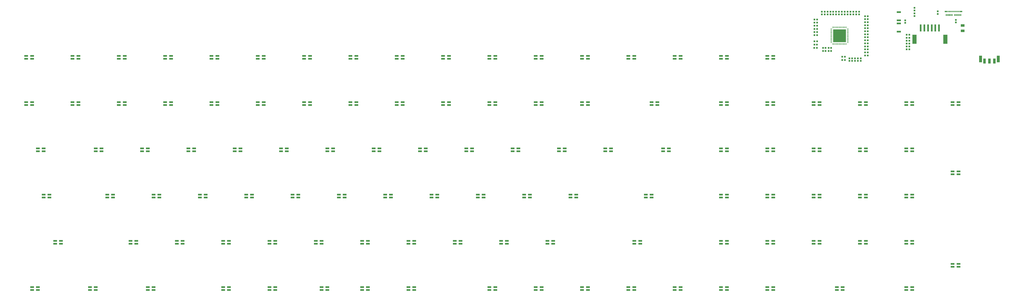
<source format=gtp>
G04*
G04 #@! TF.GenerationSoftware,Altium Limited,Altium Designer,18.1.7 (191)*
G04*
G04 Layer_Color=8421504*
%FSLAX25Y25*%
%MOIN*%
G70*
G01*
G75*
%ADD15R,0.07087X0.14961*%
%ADD16R,0.03150X0.11417*%
%ADD17R,0.02559X0.02559*%
%ADD18R,0.06693X0.03150*%
%ADD19R,0.05906X0.03937*%
%ADD20R,0.01181X0.02756*%
%ADD21R,0.03937X0.02000*%
%ADD22R,0.01181X0.02000*%
%ADD23R,0.02559X0.02559*%
%ADD24R,0.04921X0.10630*%
%ADD25R,0.03937X0.07874*%
%ADD26R,0.02756X0.02913*%
%ADD27O,0.02913X0.00787*%
%ADD28O,0.00787X0.02913*%
%ADD29R,0.20669X0.20669*%
%ADD30R,0.05906X0.03150*%
D15*
X1476900Y440837D02*
D03*
X1526900D02*
D03*
D16*
X1487136Y459341D02*
D03*
X1493042D02*
D03*
X1498947D02*
D03*
X1504853D02*
D03*
X1510758D02*
D03*
X1516664D02*
D03*
D17*
X1477017Y478633D02*
D03*
Y482767D02*
D03*
X1477050Y491720D02*
D03*
Y487586D02*
D03*
X1514517Y486067D02*
D03*
Y481933D02*
D03*
X1543950Y472267D02*
D03*
Y468133D02*
D03*
X1462000Y467437D02*
D03*
Y471571D02*
D03*
X1389939Y405868D02*
D03*
Y410002D02*
D03*
X1385339Y405868D02*
D03*
Y410002D02*
D03*
X1380739Y405868D02*
D03*
Y410002D02*
D03*
X1376139Y405868D02*
D03*
Y410002D02*
D03*
X1371539Y405868D02*
D03*
Y410002D02*
D03*
X1387350Y485467D02*
D03*
Y481333D02*
D03*
X1382611Y485467D02*
D03*
Y481333D02*
D03*
X1377973Y485467D02*
D03*
Y481333D02*
D03*
X1373334Y485467D02*
D03*
Y481333D02*
D03*
X1368696Y485467D02*
D03*
Y481333D02*
D03*
X1364057Y485467D02*
D03*
Y481333D02*
D03*
X1359419Y485467D02*
D03*
Y481333D02*
D03*
X1354780Y485467D02*
D03*
Y481333D02*
D03*
X1350142Y485467D02*
D03*
Y481333D02*
D03*
X1345503Y485467D02*
D03*
Y481333D02*
D03*
X1340865Y485467D02*
D03*
Y481333D02*
D03*
X1336226Y485467D02*
D03*
Y481333D02*
D03*
X1331588Y485467D02*
D03*
Y481333D02*
D03*
X1326950Y485467D02*
D03*
Y481333D02*
D03*
D18*
X1451750Y453207D02*
D03*
Y466593D02*
D03*
X1451719Y485011D02*
D03*
Y471626D02*
D03*
D19*
X1554850Y454469D02*
D03*
Y463131D02*
D03*
D20*
X1551875Y480100D02*
D03*
X1549907D02*
D03*
X1547939D02*
D03*
X1545970D02*
D03*
X1544001D02*
D03*
X1542033D02*
D03*
X1538096D02*
D03*
X1536127D02*
D03*
X1534159D02*
D03*
X1532191D02*
D03*
X1530222D02*
D03*
X1528253D02*
D03*
D21*
X1527860Y485722D02*
D03*
X1552269D02*
D03*
D22*
X1531206D02*
D03*
X1533175D02*
D03*
X1535143D02*
D03*
X1537112D02*
D03*
X1539080D02*
D03*
X1541049D02*
D03*
X1543017D02*
D03*
X1544986D02*
D03*
X1546954D02*
D03*
X1548923D02*
D03*
D23*
X1464462Y448100D02*
D03*
X1468596D02*
D03*
X1464462Y443360D02*
D03*
X1468596D02*
D03*
X1464462Y438620D02*
D03*
X1468596D02*
D03*
X1464462Y433880D02*
D03*
X1468596D02*
D03*
X1464462Y429140D02*
D03*
X1468596D02*
D03*
X1464462Y424400D02*
D03*
X1468596D02*
D03*
X1314757Y427000D02*
D03*
X1318891D02*
D03*
X1319206Y437573D02*
D03*
X1315072D02*
D03*
X1397078Y414685D02*
D03*
X1401211D02*
D03*
X1397078Y419577D02*
D03*
X1401211D02*
D03*
X1397078Y424469D02*
D03*
X1401211D02*
D03*
X1397078Y429362D02*
D03*
X1401211D02*
D03*
X1397078Y434254D02*
D03*
X1401211D02*
D03*
X1397078Y439146D02*
D03*
X1401211D02*
D03*
X1397078Y444038D02*
D03*
X1401211D02*
D03*
X1397078Y448931D02*
D03*
X1401211D02*
D03*
X1397078Y453823D02*
D03*
X1401211D02*
D03*
X1315072Y447627D02*
D03*
X1319206D02*
D03*
X1397078Y458715D02*
D03*
X1401211D02*
D03*
X1315072Y452655D02*
D03*
X1319206D02*
D03*
X1397078Y463608D02*
D03*
X1401211D02*
D03*
X1315072Y457682D02*
D03*
X1319206D02*
D03*
X1397078Y468500D02*
D03*
X1401211D02*
D03*
X1315072Y462709D02*
D03*
X1319206D02*
D03*
X1397078Y473392D02*
D03*
X1401211D02*
D03*
X1315072Y467736D02*
D03*
X1319206D02*
D03*
X1397078Y478285D02*
D03*
X1401211D02*
D03*
X1315072Y472764D02*
D03*
X1319206D02*
D03*
D24*
X1584054Y408746D02*
D03*
X1612598D02*
D03*
D25*
X1590452Y405400D02*
D03*
X1598326D02*
D03*
X1606200D02*
D03*
D26*
X1360063Y407263D02*
D03*
X1364236D02*
D03*
X1360063Y412600D02*
D03*
X1364236D02*
D03*
X1342029Y426990D02*
D03*
X1337856D02*
D03*
X1342029Y421964D02*
D03*
X1337856D02*
D03*
X1328943Y421959D02*
D03*
X1333117D02*
D03*
X1328943Y426985D02*
D03*
X1333117D02*
D03*
X1319029Y432349D02*
D03*
X1314856D02*
D03*
D27*
X1342212Y457724D02*
D03*
Y456149D02*
D03*
Y454574D02*
D03*
Y452999D02*
D03*
Y451424D02*
D03*
Y449850D02*
D03*
Y448275D02*
D03*
Y446700D02*
D03*
Y445125D02*
D03*
Y443550D02*
D03*
Y441976D02*
D03*
Y440401D02*
D03*
Y438826D02*
D03*
Y437251D02*
D03*
Y435676D02*
D03*
X1368944D02*
D03*
Y437251D02*
D03*
Y438826D02*
D03*
Y440401D02*
D03*
Y441976D02*
D03*
Y443550D02*
D03*
Y445125D02*
D03*
Y446700D02*
D03*
Y448275D02*
D03*
Y449850D02*
D03*
Y451424D02*
D03*
Y452999D02*
D03*
Y454574D02*
D03*
Y456149D02*
D03*
Y457724D02*
D03*
D28*
X1344554Y433334D02*
D03*
X1346129D02*
D03*
X1347704D02*
D03*
X1349278D02*
D03*
X1350853D02*
D03*
X1352428D02*
D03*
X1354003D02*
D03*
X1355578D02*
D03*
X1357152D02*
D03*
X1358727D02*
D03*
X1360302D02*
D03*
X1361877D02*
D03*
X1363452D02*
D03*
X1365026D02*
D03*
X1366601D02*
D03*
Y460066D02*
D03*
X1365026D02*
D03*
X1363452D02*
D03*
X1361877D02*
D03*
X1360302D02*
D03*
X1358727D02*
D03*
X1357152D02*
D03*
X1355578D02*
D03*
X1354003D02*
D03*
X1352428D02*
D03*
X1350853D02*
D03*
X1349278D02*
D03*
X1347704D02*
D03*
X1346129D02*
D03*
X1344554D02*
D03*
D29*
X1355578Y446700D02*
D03*
D30*
X1060724Y334310D02*
D03*
X1051276D02*
D03*
X1060724Y339035D02*
D03*
X1051276D02*
D03*
X1351276Y39035D02*
D03*
X1360724D02*
D03*
X1351276Y34310D02*
D03*
X1360724D02*
D03*
X1023425Y114035D02*
D03*
X1032874D02*
D03*
X1023425Y109310D02*
D03*
X1032874D02*
D03*
X357576Y39011D02*
D03*
X367024D02*
D03*
X357576Y34287D02*
D03*
X367024D02*
D03*
X442024D02*
D03*
X432576D02*
D03*
X442024Y39011D02*
D03*
X432576D02*
D03*
X582576D02*
D03*
X592024D02*
D03*
X582576Y34287D02*
D03*
X592024D02*
D03*
X667024D02*
D03*
X657576D02*
D03*
X667024Y39011D02*
D03*
X657576D02*
D03*
X516901Y39035D02*
D03*
X526349D02*
D03*
X516901Y34310D02*
D03*
X526349D02*
D03*
X1538776Y226535D02*
D03*
X1548224D02*
D03*
X1538776Y221810D02*
D03*
X1548224D02*
D03*
X1538776Y76535D02*
D03*
X1548224D02*
D03*
X1538776Y71810D02*
D03*
X1548224D02*
D03*
X1051349Y184310D02*
D03*
X1041901D02*
D03*
X1051349Y189035D02*
D03*
X1041901D02*
D03*
X95138Y109310D02*
D03*
X85689D02*
D03*
X95138Y114035D02*
D03*
X85689D02*
D03*
X76349Y184310D02*
D03*
X66900D02*
D03*
X76349Y189035D02*
D03*
X66900D02*
D03*
X66974Y259310D02*
D03*
X57525D02*
D03*
X66974Y264035D02*
D03*
X57525D02*
D03*
X1079474Y259310D02*
D03*
X1070026D02*
D03*
X1079474Y264035D02*
D03*
X1070026D02*
D03*
X57637Y34310D02*
D03*
X48188D02*
D03*
X57637Y39035D02*
D03*
X48188D02*
D03*
X141938D02*
D03*
X151387D02*
D03*
X141938Y34310D02*
D03*
X151387D02*
D03*
X245137D02*
D03*
X235688D02*
D03*
X245137Y39035D02*
D03*
X235688D02*
D03*
X48224Y409310D02*
D03*
X38776D02*
D03*
X48224Y414035D02*
D03*
X38776D02*
D03*
X123224Y409310D02*
D03*
X113776D02*
D03*
X123224Y414035D02*
D03*
X113776D02*
D03*
X198224Y409310D02*
D03*
X188776D02*
D03*
X198224Y414035D02*
D03*
X188776D02*
D03*
X273224Y409310D02*
D03*
X263776D02*
D03*
X273224Y414035D02*
D03*
X263776D02*
D03*
X348224Y409310D02*
D03*
X338776D02*
D03*
X348224Y414035D02*
D03*
X338776D02*
D03*
X423224Y409310D02*
D03*
X413776D02*
D03*
X423224Y414035D02*
D03*
X413776D02*
D03*
X498224Y409310D02*
D03*
X488776D02*
D03*
X498224Y414035D02*
D03*
X488776D02*
D03*
X573224Y409310D02*
D03*
X563776D02*
D03*
X573224Y414035D02*
D03*
X563776D02*
D03*
X648224Y409310D02*
D03*
X638776D02*
D03*
X648224Y414035D02*
D03*
X638776D02*
D03*
X723224Y409310D02*
D03*
X713776D02*
D03*
X723224Y414035D02*
D03*
X713776D02*
D03*
X798224Y409310D02*
D03*
X788776D02*
D03*
X798224Y414035D02*
D03*
X788776D02*
D03*
X873224Y409310D02*
D03*
X863776D02*
D03*
X873224Y414035D02*
D03*
X863776D02*
D03*
X948224Y409310D02*
D03*
X938776D02*
D03*
X948224Y414035D02*
D03*
X938776D02*
D03*
X1023224Y409310D02*
D03*
X1013776D02*
D03*
X1023224Y414035D02*
D03*
X1013776D02*
D03*
X1098224Y409310D02*
D03*
X1088776D02*
D03*
X1098224Y414035D02*
D03*
X1088776D02*
D03*
X1173224Y409310D02*
D03*
X1163776D02*
D03*
X1173224Y414035D02*
D03*
X1163776D02*
D03*
X1248224Y409310D02*
D03*
X1238776D02*
D03*
X1248224Y414035D02*
D03*
X1238776D02*
D03*
X48224Y334310D02*
D03*
X38776D02*
D03*
X48224Y339035D02*
D03*
X38776D02*
D03*
X123224Y334310D02*
D03*
X113776D02*
D03*
X123224Y339035D02*
D03*
X113776D02*
D03*
X198224Y334310D02*
D03*
X188776D02*
D03*
X198224Y339035D02*
D03*
X188776D02*
D03*
X273224Y334310D02*
D03*
X263776D02*
D03*
X273224Y339035D02*
D03*
X263776D02*
D03*
X348224Y334310D02*
D03*
X338776D02*
D03*
X348224Y339035D02*
D03*
X338776D02*
D03*
X423224Y334310D02*
D03*
X413776D02*
D03*
X423224Y339035D02*
D03*
X413776D02*
D03*
X498224Y334310D02*
D03*
X488776D02*
D03*
X498224Y339035D02*
D03*
X488776D02*
D03*
X573224Y334310D02*
D03*
X563776D02*
D03*
X573224Y339035D02*
D03*
X563776D02*
D03*
X648224Y334310D02*
D03*
X638776D02*
D03*
X648224Y339035D02*
D03*
X638776D02*
D03*
X723224Y334310D02*
D03*
X713776D02*
D03*
X723224Y339035D02*
D03*
X713776D02*
D03*
X798224Y334310D02*
D03*
X788776D02*
D03*
X798224Y339035D02*
D03*
X788776D02*
D03*
X873224Y334310D02*
D03*
X863776D02*
D03*
X873224Y339035D02*
D03*
X863776D02*
D03*
X948224Y334310D02*
D03*
X938776D02*
D03*
X948224Y339035D02*
D03*
X938776D02*
D03*
X1173224Y334310D02*
D03*
X1163776D02*
D03*
X1173224Y339035D02*
D03*
X1163776D02*
D03*
X1248224Y334310D02*
D03*
X1238776D02*
D03*
X1248224Y339035D02*
D03*
X1238776D02*
D03*
X1323224Y334310D02*
D03*
X1313776D02*
D03*
X1323224Y339035D02*
D03*
X1313776D02*
D03*
X1398224Y334310D02*
D03*
X1388776D02*
D03*
X1398224Y339035D02*
D03*
X1388776D02*
D03*
X1473224Y334310D02*
D03*
X1463776D02*
D03*
X1473224Y339035D02*
D03*
X1463776D02*
D03*
X1548224Y334310D02*
D03*
X1538776D02*
D03*
X1548224Y339035D02*
D03*
X1538776D02*
D03*
X160724Y259310D02*
D03*
X151276D02*
D03*
X160724Y264035D02*
D03*
X151276D02*
D03*
X235724Y259310D02*
D03*
X226276D02*
D03*
X235724Y264035D02*
D03*
X226276D02*
D03*
X310724Y259310D02*
D03*
X301276D02*
D03*
X310724Y264035D02*
D03*
X301276D02*
D03*
X385724Y259310D02*
D03*
X376276D02*
D03*
X385724Y264035D02*
D03*
X376276D02*
D03*
X460724Y259310D02*
D03*
X451276D02*
D03*
X460724Y264035D02*
D03*
X451276D02*
D03*
X535724Y259310D02*
D03*
X526276D02*
D03*
X535724Y264035D02*
D03*
X526276D02*
D03*
X610724Y259310D02*
D03*
X601276D02*
D03*
X610724Y264035D02*
D03*
X601276D02*
D03*
X685724Y259310D02*
D03*
X676276D02*
D03*
X685724Y264035D02*
D03*
X676276D02*
D03*
X760724Y259310D02*
D03*
X751276D02*
D03*
X760724Y264035D02*
D03*
X751276D02*
D03*
X835724Y259310D02*
D03*
X826276D02*
D03*
X835724Y264035D02*
D03*
X826276D02*
D03*
X910724Y259310D02*
D03*
X901276D02*
D03*
X910724Y264035D02*
D03*
X901276D02*
D03*
X985724Y259310D02*
D03*
X976276D02*
D03*
X985724Y264035D02*
D03*
X976276D02*
D03*
X1173224Y259310D02*
D03*
X1163776D02*
D03*
X1173224Y264035D02*
D03*
X1163776D02*
D03*
X1248224Y259310D02*
D03*
X1238776D02*
D03*
X1248224Y264035D02*
D03*
X1238776D02*
D03*
X1323224Y259310D02*
D03*
X1313776D02*
D03*
X1323224Y264035D02*
D03*
X1313776D02*
D03*
X1398224Y259310D02*
D03*
X1388776D02*
D03*
X1398224Y264035D02*
D03*
X1388776D02*
D03*
X1473224Y259310D02*
D03*
X1463776D02*
D03*
X1473224Y264035D02*
D03*
X1463776D02*
D03*
X179474Y184310D02*
D03*
X170026D02*
D03*
X179474Y189035D02*
D03*
X170026D02*
D03*
X254474Y184310D02*
D03*
X245026D02*
D03*
X254474Y189035D02*
D03*
X245026D02*
D03*
X479474Y184310D02*
D03*
X470026D02*
D03*
X479474Y189035D02*
D03*
X470026D02*
D03*
X554474Y184310D02*
D03*
X545026D02*
D03*
X554474Y189035D02*
D03*
X545026D02*
D03*
X629474Y184310D02*
D03*
X620026D02*
D03*
X629474Y189035D02*
D03*
X620026D02*
D03*
X704474Y184310D02*
D03*
X695026D02*
D03*
X704474Y189035D02*
D03*
X695026D02*
D03*
X779474Y184310D02*
D03*
X770026D02*
D03*
X779474Y189035D02*
D03*
X770026D02*
D03*
X854474Y184310D02*
D03*
X845026D02*
D03*
X854474Y189035D02*
D03*
X845026D02*
D03*
X929474Y184310D02*
D03*
X920026D02*
D03*
X929474Y189035D02*
D03*
X920026D02*
D03*
X1173224Y184310D02*
D03*
X1163776D02*
D03*
X1173224Y189035D02*
D03*
X1163776D02*
D03*
X1248224Y184310D02*
D03*
X1238776D02*
D03*
X1248224Y189035D02*
D03*
X1238776D02*
D03*
X1323224Y184310D02*
D03*
X1313776D02*
D03*
X1323224Y189035D02*
D03*
X1313776D02*
D03*
X1398224Y184310D02*
D03*
X1388776D02*
D03*
X1398224Y189035D02*
D03*
X1388776D02*
D03*
X1473224Y184310D02*
D03*
X1463776D02*
D03*
X1473224Y189035D02*
D03*
X1463776D02*
D03*
X329474Y184310D02*
D03*
X320026D02*
D03*
X329474Y189035D02*
D03*
X320026D02*
D03*
X404474Y184310D02*
D03*
X395026D02*
D03*
X404474Y189035D02*
D03*
X395026D02*
D03*
X217024Y109310D02*
D03*
X207576D02*
D03*
X217024Y114035D02*
D03*
X207576D02*
D03*
X292024Y109310D02*
D03*
X282576D02*
D03*
X292024Y114035D02*
D03*
X282576D02*
D03*
X367024Y109310D02*
D03*
X357576D02*
D03*
X367024Y114035D02*
D03*
X357576D02*
D03*
X442024Y109310D02*
D03*
X432576D02*
D03*
X442024Y114035D02*
D03*
X432576D02*
D03*
X517024Y109310D02*
D03*
X507576D02*
D03*
X517024Y114035D02*
D03*
X507576D02*
D03*
X592024Y109310D02*
D03*
X582576D02*
D03*
X592024Y114035D02*
D03*
X582576D02*
D03*
X667024Y109310D02*
D03*
X657576D02*
D03*
X667024Y114035D02*
D03*
X657576D02*
D03*
X742024Y109310D02*
D03*
X732576D02*
D03*
X742024Y114035D02*
D03*
X732576D02*
D03*
X817024Y109310D02*
D03*
X807576D02*
D03*
X817024Y114035D02*
D03*
X807576D02*
D03*
X892024Y109310D02*
D03*
X882576D02*
D03*
X892024Y114035D02*
D03*
X882576D02*
D03*
X1173224Y109310D02*
D03*
X1163776D02*
D03*
X1173224Y114035D02*
D03*
X1163776D02*
D03*
X1248224Y109310D02*
D03*
X1238776D02*
D03*
X1248224Y114035D02*
D03*
X1238776D02*
D03*
X1323224Y109310D02*
D03*
X1313776D02*
D03*
X1323224Y114035D02*
D03*
X1313776D02*
D03*
X1398224Y109310D02*
D03*
X1388776D02*
D03*
X1398224Y114035D02*
D03*
X1388776D02*
D03*
X1473224Y109310D02*
D03*
X1463776D02*
D03*
X1473224Y114035D02*
D03*
X1463776D02*
D03*
X798224Y34310D02*
D03*
X788776D02*
D03*
X798224Y39035D02*
D03*
X788776D02*
D03*
X948224Y34310D02*
D03*
X938776D02*
D03*
X948224Y39035D02*
D03*
X938776D02*
D03*
X1023224Y34310D02*
D03*
X1013776D02*
D03*
X1023224Y39035D02*
D03*
X1013776D02*
D03*
X1098224Y34310D02*
D03*
X1088776D02*
D03*
X1098224Y39035D02*
D03*
X1088776D02*
D03*
X1173224Y34310D02*
D03*
X1163776D02*
D03*
X1173224Y39035D02*
D03*
X1163776D02*
D03*
X1248224Y34310D02*
D03*
X1238776D02*
D03*
X1248224Y39035D02*
D03*
X1238776D02*
D03*
X1473224Y34310D02*
D03*
X1463776D02*
D03*
X1473224Y39035D02*
D03*
X1463776D02*
D03*
X873224Y34310D02*
D03*
X863776D02*
D03*
X873224Y39035D02*
D03*
X863776D02*
D03*
M02*

</source>
